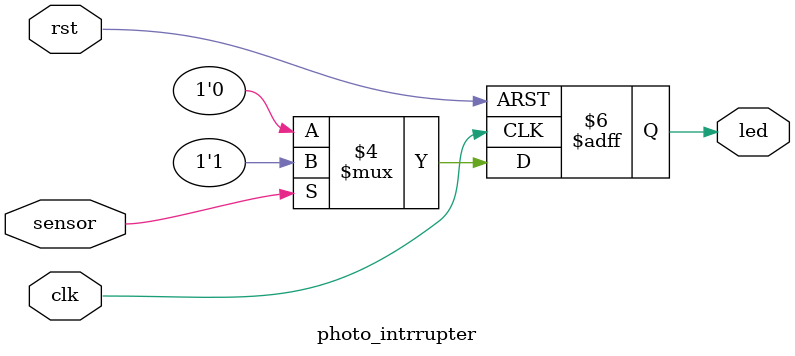
<source format=v>
`timescale 1ns / 1ps


module photo_intrrupter( input wire clk ,
input wire rst ,
input wire sensor ,
output reg led );


localparam low = 1'b0;
localparam high = 1'b1;


always @ (posedge clk or posedge rst)
begin
    if(rst)
    begin
    led<=low;
    end
else begin
    if(sensor == high)begin
    led<= high;
    end
    else begin
    led<=low;
    end
    end
end
endmodule

 

</source>
